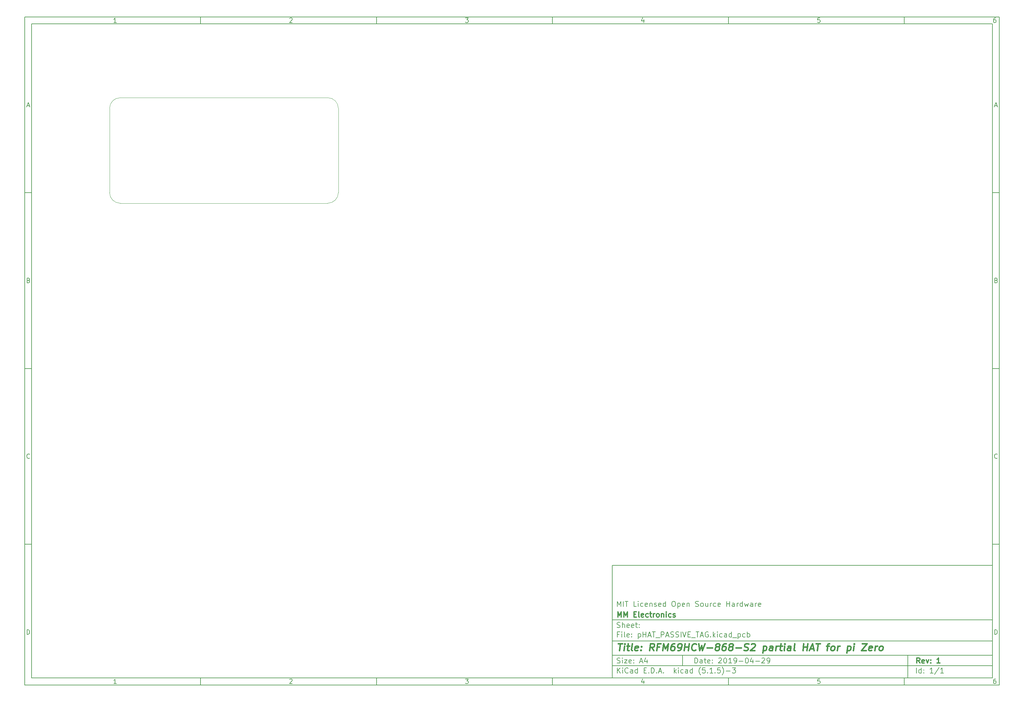
<source format=gbr>
%TF.GenerationSoftware,KiCad,Pcbnew,(5.1.5)-3*%
%TF.CreationDate,2021-10-20T11:59:03+01:00*%
%TF.ProjectId,pHAT_PASSIVE_TAG,70484154-5f50-4415-9353-4956455f5441,1*%
%TF.SameCoordinates,Original*%
%TF.FileFunction,Profile,NP*%
%FSLAX46Y46*%
G04 Gerber Fmt 4.6, Leading zero omitted, Abs format (unit mm)*
G04 Created by KiCad (PCBNEW (5.1.5)-3) date 2021-10-20 11:59:03*
%MOMM*%
%LPD*%
G04 APERTURE LIST*
%ADD10C,0.100000*%
%ADD11C,0.150000*%
%ADD12C,0.300000*%
%ADD13C,0.400000*%
%TA.AperFunction,Profile*%
%ADD14C,0.100000*%
%TD*%
G04 APERTURE END LIST*
D10*
D11*
X177002200Y-166007200D02*
X177002200Y-198007200D01*
X285002200Y-198007200D01*
X285002200Y-166007200D01*
X177002200Y-166007200D01*
D10*
D11*
X10000000Y-10000000D02*
X10000000Y-200007200D01*
X287002200Y-200007200D01*
X287002200Y-10000000D01*
X10000000Y-10000000D01*
D10*
D11*
X12000000Y-12000000D02*
X12000000Y-198007200D01*
X285002200Y-198007200D01*
X285002200Y-12000000D01*
X12000000Y-12000000D01*
D10*
D11*
X60000000Y-12000000D02*
X60000000Y-10000000D01*
D10*
D11*
X110000000Y-12000000D02*
X110000000Y-10000000D01*
D10*
D11*
X160000000Y-12000000D02*
X160000000Y-10000000D01*
D10*
D11*
X210000000Y-12000000D02*
X210000000Y-10000000D01*
D10*
D11*
X260000000Y-12000000D02*
X260000000Y-10000000D01*
D10*
D11*
X36065476Y-11588095D02*
X35322619Y-11588095D01*
X35694047Y-11588095D02*
X35694047Y-10288095D01*
X35570238Y-10473809D01*
X35446428Y-10597619D01*
X35322619Y-10659523D01*
D10*
D11*
X85322619Y-10411904D02*
X85384523Y-10350000D01*
X85508333Y-10288095D01*
X85817857Y-10288095D01*
X85941666Y-10350000D01*
X86003571Y-10411904D01*
X86065476Y-10535714D01*
X86065476Y-10659523D01*
X86003571Y-10845238D01*
X85260714Y-11588095D01*
X86065476Y-11588095D01*
D10*
D11*
X135260714Y-10288095D02*
X136065476Y-10288095D01*
X135632142Y-10783333D01*
X135817857Y-10783333D01*
X135941666Y-10845238D01*
X136003571Y-10907142D01*
X136065476Y-11030952D01*
X136065476Y-11340476D01*
X136003571Y-11464285D01*
X135941666Y-11526190D01*
X135817857Y-11588095D01*
X135446428Y-11588095D01*
X135322619Y-11526190D01*
X135260714Y-11464285D01*
D10*
D11*
X185941666Y-10721428D02*
X185941666Y-11588095D01*
X185632142Y-10226190D02*
X185322619Y-11154761D01*
X186127380Y-11154761D01*
D10*
D11*
X236003571Y-10288095D02*
X235384523Y-10288095D01*
X235322619Y-10907142D01*
X235384523Y-10845238D01*
X235508333Y-10783333D01*
X235817857Y-10783333D01*
X235941666Y-10845238D01*
X236003571Y-10907142D01*
X236065476Y-11030952D01*
X236065476Y-11340476D01*
X236003571Y-11464285D01*
X235941666Y-11526190D01*
X235817857Y-11588095D01*
X235508333Y-11588095D01*
X235384523Y-11526190D01*
X235322619Y-11464285D01*
D10*
D11*
X285941666Y-10288095D02*
X285694047Y-10288095D01*
X285570238Y-10350000D01*
X285508333Y-10411904D01*
X285384523Y-10597619D01*
X285322619Y-10845238D01*
X285322619Y-11340476D01*
X285384523Y-11464285D01*
X285446428Y-11526190D01*
X285570238Y-11588095D01*
X285817857Y-11588095D01*
X285941666Y-11526190D01*
X286003571Y-11464285D01*
X286065476Y-11340476D01*
X286065476Y-11030952D01*
X286003571Y-10907142D01*
X285941666Y-10845238D01*
X285817857Y-10783333D01*
X285570238Y-10783333D01*
X285446428Y-10845238D01*
X285384523Y-10907142D01*
X285322619Y-11030952D01*
D10*
D11*
X60000000Y-198007200D02*
X60000000Y-200007200D01*
D10*
D11*
X110000000Y-198007200D02*
X110000000Y-200007200D01*
D10*
D11*
X160000000Y-198007200D02*
X160000000Y-200007200D01*
D10*
D11*
X210000000Y-198007200D02*
X210000000Y-200007200D01*
D10*
D11*
X260000000Y-198007200D02*
X260000000Y-200007200D01*
D10*
D11*
X36065476Y-199595295D02*
X35322619Y-199595295D01*
X35694047Y-199595295D02*
X35694047Y-198295295D01*
X35570238Y-198481009D01*
X35446428Y-198604819D01*
X35322619Y-198666723D01*
D10*
D11*
X85322619Y-198419104D02*
X85384523Y-198357200D01*
X85508333Y-198295295D01*
X85817857Y-198295295D01*
X85941666Y-198357200D01*
X86003571Y-198419104D01*
X86065476Y-198542914D01*
X86065476Y-198666723D01*
X86003571Y-198852438D01*
X85260714Y-199595295D01*
X86065476Y-199595295D01*
D10*
D11*
X135260714Y-198295295D02*
X136065476Y-198295295D01*
X135632142Y-198790533D01*
X135817857Y-198790533D01*
X135941666Y-198852438D01*
X136003571Y-198914342D01*
X136065476Y-199038152D01*
X136065476Y-199347676D01*
X136003571Y-199471485D01*
X135941666Y-199533390D01*
X135817857Y-199595295D01*
X135446428Y-199595295D01*
X135322619Y-199533390D01*
X135260714Y-199471485D01*
D10*
D11*
X185941666Y-198728628D02*
X185941666Y-199595295D01*
X185632142Y-198233390D02*
X185322619Y-199161961D01*
X186127380Y-199161961D01*
D10*
D11*
X236003571Y-198295295D02*
X235384523Y-198295295D01*
X235322619Y-198914342D01*
X235384523Y-198852438D01*
X235508333Y-198790533D01*
X235817857Y-198790533D01*
X235941666Y-198852438D01*
X236003571Y-198914342D01*
X236065476Y-199038152D01*
X236065476Y-199347676D01*
X236003571Y-199471485D01*
X235941666Y-199533390D01*
X235817857Y-199595295D01*
X235508333Y-199595295D01*
X235384523Y-199533390D01*
X235322619Y-199471485D01*
D10*
D11*
X285941666Y-198295295D02*
X285694047Y-198295295D01*
X285570238Y-198357200D01*
X285508333Y-198419104D01*
X285384523Y-198604819D01*
X285322619Y-198852438D01*
X285322619Y-199347676D01*
X285384523Y-199471485D01*
X285446428Y-199533390D01*
X285570238Y-199595295D01*
X285817857Y-199595295D01*
X285941666Y-199533390D01*
X286003571Y-199471485D01*
X286065476Y-199347676D01*
X286065476Y-199038152D01*
X286003571Y-198914342D01*
X285941666Y-198852438D01*
X285817857Y-198790533D01*
X285570238Y-198790533D01*
X285446428Y-198852438D01*
X285384523Y-198914342D01*
X285322619Y-199038152D01*
D10*
D11*
X10000000Y-60000000D02*
X12000000Y-60000000D01*
D10*
D11*
X10000000Y-110000000D02*
X12000000Y-110000000D01*
D10*
D11*
X10000000Y-160000000D02*
X12000000Y-160000000D01*
D10*
D11*
X10690476Y-35216666D02*
X11309523Y-35216666D01*
X10566666Y-35588095D02*
X11000000Y-34288095D01*
X11433333Y-35588095D01*
D10*
D11*
X11092857Y-84907142D02*
X11278571Y-84969047D01*
X11340476Y-85030952D01*
X11402380Y-85154761D01*
X11402380Y-85340476D01*
X11340476Y-85464285D01*
X11278571Y-85526190D01*
X11154761Y-85588095D01*
X10659523Y-85588095D01*
X10659523Y-84288095D01*
X11092857Y-84288095D01*
X11216666Y-84350000D01*
X11278571Y-84411904D01*
X11340476Y-84535714D01*
X11340476Y-84659523D01*
X11278571Y-84783333D01*
X11216666Y-84845238D01*
X11092857Y-84907142D01*
X10659523Y-84907142D01*
D10*
D11*
X11402380Y-135464285D02*
X11340476Y-135526190D01*
X11154761Y-135588095D01*
X11030952Y-135588095D01*
X10845238Y-135526190D01*
X10721428Y-135402380D01*
X10659523Y-135278571D01*
X10597619Y-135030952D01*
X10597619Y-134845238D01*
X10659523Y-134597619D01*
X10721428Y-134473809D01*
X10845238Y-134350000D01*
X11030952Y-134288095D01*
X11154761Y-134288095D01*
X11340476Y-134350000D01*
X11402380Y-134411904D01*
D10*
D11*
X10659523Y-185588095D02*
X10659523Y-184288095D01*
X10969047Y-184288095D01*
X11154761Y-184350000D01*
X11278571Y-184473809D01*
X11340476Y-184597619D01*
X11402380Y-184845238D01*
X11402380Y-185030952D01*
X11340476Y-185278571D01*
X11278571Y-185402380D01*
X11154761Y-185526190D01*
X10969047Y-185588095D01*
X10659523Y-185588095D01*
D10*
D11*
X287002200Y-60000000D02*
X285002200Y-60000000D01*
D10*
D11*
X287002200Y-110000000D02*
X285002200Y-110000000D01*
D10*
D11*
X287002200Y-160000000D02*
X285002200Y-160000000D01*
D10*
D11*
X285692676Y-35216666D02*
X286311723Y-35216666D01*
X285568866Y-35588095D02*
X286002200Y-34288095D01*
X286435533Y-35588095D01*
D10*
D11*
X286095057Y-84907142D02*
X286280771Y-84969047D01*
X286342676Y-85030952D01*
X286404580Y-85154761D01*
X286404580Y-85340476D01*
X286342676Y-85464285D01*
X286280771Y-85526190D01*
X286156961Y-85588095D01*
X285661723Y-85588095D01*
X285661723Y-84288095D01*
X286095057Y-84288095D01*
X286218866Y-84350000D01*
X286280771Y-84411904D01*
X286342676Y-84535714D01*
X286342676Y-84659523D01*
X286280771Y-84783333D01*
X286218866Y-84845238D01*
X286095057Y-84907142D01*
X285661723Y-84907142D01*
D10*
D11*
X286404580Y-135464285D02*
X286342676Y-135526190D01*
X286156961Y-135588095D01*
X286033152Y-135588095D01*
X285847438Y-135526190D01*
X285723628Y-135402380D01*
X285661723Y-135278571D01*
X285599819Y-135030952D01*
X285599819Y-134845238D01*
X285661723Y-134597619D01*
X285723628Y-134473809D01*
X285847438Y-134350000D01*
X286033152Y-134288095D01*
X286156961Y-134288095D01*
X286342676Y-134350000D01*
X286404580Y-134411904D01*
D10*
D11*
X285661723Y-185588095D02*
X285661723Y-184288095D01*
X285971247Y-184288095D01*
X286156961Y-184350000D01*
X286280771Y-184473809D01*
X286342676Y-184597619D01*
X286404580Y-184845238D01*
X286404580Y-185030952D01*
X286342676Y-185278571D01*
X286280771Y-185402380D01*
X286156961Y-185526190D01*
X285971247Y-185588095D01*
X285661723Y-185588095D01*
D10*
D11*
X200434342Y-193785771D02*
X200434342Y-192285771D01*
X200791485Y-192285771D01*
X201005771Y-192357200D01*
X201148628Y-192500057D01*
X201220057Y-192642914D01*
X201291485Y-192928628D01*
X201291485Y-193142914D01*
X201220057Y-193428628D01*
X201148628Y-193571485D01*
X201005771Y-193714342D01*
X200791485Y-193785771D01*
X200434342Y-193785771D01*
X202577200Y-193785771D02*
X202577200Y-193000057D01*
X202505771Y-192857200D01*
X202362914Y-192785771D01*
X202077200Y-192785771D01*
X201934342Y-192857200D01*
X202577200Y-193714342D02*
X202434342Y-193785771D01*
X202077200Y-193785771D01*
X201934342Y-193714342D01*
X201862914Y-193571485D01*
X201862914Y-193428628D01*
X201934342Y-193285771D01*
X202077200Y-193214342D01*
X202434342Y-193214342D01*
X202577200Y-193142914D01*
X203077200Y-192785771D02*
X203648628Y-192785771D01*
X203291485Y-192285771D02*
X203291485Y-193571485D01*
X203362914Y-193714342D01*
X203505771Y-193785771D01*
X203648628Y-193785771D01*
X204720057Y-193714342D02*
X204577200Y-193785771D01*
X204291485Y-193785771D01*
X204148628Y-193714342D01*
X204077200Y-193571485D01*
X204077200Y-193000057D01*
X204148628Y-192857200D01*
X204291485Y-192785771D01*
X204577200Y-192785771D01*
X204720057Y-192857200D01*
X204791485Y-193000057D01*
X204791485Y-193142914D01*
X204077200Y-193285771D01*
X205434342Y-193642914D02*
X205505771Y-193714342D01*
X205434342Y-193785771D01*
X205362914Y-193714342D01*
X205434342Y-193642914D01*
X205434342Y-193785771D01*
X205434342Y-192857200D02*
X205505771Y-192928628D01*
X205434342Y-193000057D01*
X205362914Y-192928628D01*
X205434342Y-192857200D01*
X205434342Y-193000057D01*
X207220057Y-192428628D02*
X207291485Y-192357200D01*
X207434342Y-192285771D01*
X207791485Y-192285771D01*
X207934342Y-192357200D01*
X208005771Y-192428628D01*
X208077200Y-192571485D01*
X208077200Y-192714342D01*
X208005771Y-192928628D01*
X207148628Y-193785771D01*
X208077200Y-193785771D01*
X209005771Y-192285771D02*
X209148628Y-192285771D01*
X209291485Y-192357200D01*
X209362914Y-192428628D01*
X209434342Y-192571485D01*
X209505771Y-192857200D01*
X209505771Y-193214342D01*
X209434342Y-193500057D01*
X209362914Y-193642914D01*
X209291485Y-193714342D01*
X209148628Y-193785771D01*
X209005771Y-193785771D01*
X208862914Y-193714342D01*
X208791485Y-193642914D01*
X208720057Y-193500057D01*
X208648628Y-193214342D01*
X208648628Y-192857200D01*
X208720057Y-192571485D01*
X208791485Y-192428628D01*
X208862914Y-192357200D01*
X209005771Y-192285771D01*
X210934342Y-193785771D02*
X210077200Y-193785771D01*
X210505771Y-193785771D02*
X210505771Y-192285771D01*
X210362914Y-192500057D01*
X210220057Y-192642914D01*
X210077200Y-192714342D01*
X211648628Y-193785771D02*
X211934342Y-193785771D01*
X212077200Y-193714342D01*
X212148628Y-193642914D01*
X212291485Y-193428628D01*
X212362914Y-193142914D01*
X212362914Y-192571485D01*
X212291485Y-192428628D01*
X212220057Y-192357200D01*
X212077200Y-192285771D01*
X211791485Y-192285771D01*
X211648628Y-192357200D01*
X211577200Y-192428628D01*
X211505771Y-192571485D01*
X211505771Y-192928628D01*
X211577200Y-193071485D01*
X211648628Y-193142914D01*
X211791485Y-193214342D01*
X212077200Y-193214342D01*
X212220057Y-193142914D01*
X212291485Y-193071485D01*
X212362914Y-192928628D01*
X213005771Y-193214342D02*
X214148628Y-193214342D01*
X215148628Y-192285771D02*
X215291485Y-192285771D01*
X215434342Y-192357200D01*
X215505771Y-192428628D01*
X215577200Y-192571485D01*
X215648628Y-192857200D01*
X215648628Y-193214342D01*
X215577200Y-193500057D01*
X215505771Y-193642914D01*
X215434342Y-193714342D01*
X215291485Y-193785771D01*
X215148628Y-193785771D01*
X215005771Y-193714342D01*
X214934342Y-193642914D01*
X214862914Y-193500057D01*
X214791485Y-193214342D01*
X214791485Y-192857200D01*
X214862914Y-192571485D01*
X214934342Y-192428628D01*
X215005771Y-192357200D01*
X215148628Y-192285771D01*
X216934342Y-192785771D02*
X216934342Y-193785771D01*
X216577200Y-192214342D02*
X216220057Y-193285771D01*
X217148628Y-193285771D01*
X217720057Y-193214342D02*
X218862914Y-193214342D01*
X219505771Y-192428628D02*
X219577200Y-192357200D01*
X219720057Y-192285771D01*
X220077200Y-192285771D01*
X220220057Y-192357200D01*
X220291485Y-192428628D01*
X220362914Y-192571485D01*
X220362914Y-192714342D01*
X220291485Y-192928628D01*
X219434342Y-193785771D01*
X220362914Y-193785771D01*
X221077200Y-193785771D02*
X221362914Y-193785771D01*
X221505771Y-193714342D01*
X221577200Y-193642914D01*
X221720057Y-193428628D01*
X221791485Y-193142914D01*
X221791485Y-192571485D01*
X221720057Y-192428628D01*
X221648628Y-192357200D01*
X221505771Y-192285771D01*
X221220057Y-192285771D01*
X221077200Y-192357200D01*
X221005771Y-192428628D01*
X220934342Y-192571485D01*
X220934342Y-192928628D01*
X221005771Y-193071485D01*
X221077200Y-193142914D01*
X221220057Y-193214342D01*
X221505771Y-193214342D01*
X221648628Y-193142914D01*
X221720057Y-193071485D01*
X221791485Y-192928628D01*
D10*
D11*
X177002200Y-194507200D02*
X285002200Y-194507200D01*
D10*
D11*
X178434342Y-196585771D02*
X178434342Y-195085771D01*
X179291485Y-196585771D02*
X178648628Y-195728628D01*
X179291485Y-195085771D02*
X178434342Y-195942914D01*
X179934342Y-196585771D02*
X179934342Y-195585771D01*
X179934342Y-195085771D02*
X179862914Y-195157200D01*
X179934342Y-195228628D01*
X180005771Y-195157200D01*
X179934342Y-195085771D01*
X179934342Y-195228628D01*
X181505771Y-196442914D02*
X181434342Y-196514342D01*
X181220057Y-196585771D01*
X181077200Y-196585771D01*
X180862914Y-196514342D01*
X180720057Y-196371485D01*
X180648628Y-196228628D01*
X180577200Y-195942914D01*
X180577200Y-195728628D01*
X180648628Y-195442914D01*
X180720057Y-195300057D01*
X180862914Y-195157200D01*
X181077200Y-195085771D01*
X181220057Y-195085771D01*
X181434342Y-195157200D01*
X181505771Y-195228628D01*
X182791485Y-196585771D02*
X182791485Y-195800057D01*
X182720057Y-195657200D01*
X182577200Y-195585771D01*
X182291485Y-195585771D01*
X182148628Y-195657200D01*
X182791485Y-196514342D02*
X182648628Y-196585771D01*
X182291485Y-196585771D01*
X182148628Y-196514342D01*
X182077200Y-196371485D01*
X182077200Y-196228628D01*
X182148628Y-196085771D01*
X182291485Y-196014342D01*
X182648628Y-196014342D01*
X182791485Y-195942914D01*
X184148628Y-196585771D02*
X184148628Y-195085771D01*
X184148628Y-196514342D02*
X184005771Y-196585771D01*
X183720057Y-196585771D01*
X183577200Y-196514342D01*
X183505771Y-196442914D01*
X183434342Y-196300057D01*
X183434342Y-195871485D01*
X183505771Y-195728628D01*
X183577200Y-195657200D01*
X183720057Y-195585771D01*
X184005771Y-195585771D01*
X184148628Y-195657200D01*
X186005771Y-195800057D02*
X186505771Y-195800057D01*
X186720057Y-196585771D02*
X186005771Y-196585771D01*
X186005771Y-195085771D01*
X186720057Y-195085771D01*
X187362914Y-196442914D02*
X187434342Y-196514342D01*
X187362914Y-196585771D01*
X187291485Y-196514342D01*
X187362914Y-196442914D01*
X187362914Y-196585771D01*
X188077200Y-196585771D02*
X188077200Y-195085771D01*
X188434342Y-195085771D01*
X188648628Y-195157200D01*
X188791485Y-195300057D01*
X188862914Y-195442914D01*
X188934342Y-195728628D01*
X188934342Y-195942914D01*
X188862914Y-196228628D01*
X188791485Y-196371485D01*
X188648628Y-196514342D01*
X188434342Y-196585771D01*
X188077200Y-196585771D01*
X189577200Y-196442914D02*
X189648628Y-196514342D01*
X189577200Y-196585771D01*
X189505771Y-196514342D01*
X189577200Y-196442914D01*
X189577200Y-196585771D01*
X190220057Y-196157200D02*
X190934342Y-196157200D01*
X190077200Y-196585771D02*
X190577200Y-195085771D01*
X191077200Y-196585771D01*
X191577200Y-196442914D02*
X191648628Y-196514342D01*
X191577200Y-196585771D01*
X191505771Y-196514342D01*
X191577200Y-196442914D01*
X191577200Y-196585771D01*
X194577200Y-196585771D02*
X194577200Y-195085771D01*
X194720057Y-196014342D02*
X195148628Y-196585771D01*
X195148628Y-195585771D02*
X194577200Y-196157200D01*
X195791485Y-196585771D02*
X195791485Y-195585771D01*
X195791485Y-195085771D02*
X195720057Y-195157200D01*
X195791485Y-195228628D01*
X195862914Y-195157200D01*
X195791485Y-195085771D01*
X195791485Y-195228628D01*
X197148628Y-196514342D02*
X197005771Y-196585771D01*
X196720057Y-196585771D01*
X196577200Y-196514342D01*
X196505771Y-196442914D01*
X196434342Y-196300057D01*
X196434342Y-195871485D01*
X196505771Y-195728628D01*
X196577200Y-195657200D01*
X196720057Y-195585771D01*
X197005771Y-195585771D01*
X197148628Y-195657200D01*
X198434342Y-196585771D02*
X198434342Y-195800057D01*
X198362914Y-195657200D01*
X198220057Y-195585771D01*
X197934342Y-195585771D01*
X197791485Y-195657200D01*
X198434342Y-196514342D02*
X198291485Y-196585771D01*
X197934342Y-196585771D01*
X197791485Y-196514342D01*
X197720057Y-196371485D01*
X197720057Y-196228628D01*
X197791485Y-196085771D01*
X197934342Y-196014342D01*
X198291485Y-196014342D01*
X198434342Y-195942914D01*
X199791485Y-196585771D02*
X199791485Y-195085771D01*
X199791485Y-196514342D02*
X199648628Y-196585771D01*
X199362914Y-196585771D01*
X199220057Y-196514342D01*
X199148628Y-196442914D01*
X199077200Y-196300057D01*
X199077200Y-195871485D01*
X199148628Y-195728628D01*
X199220057Y-195657200D01*
X199362914Y-195585771D01*
X199648628Y-195585771D01*
X199791485Y-195657200D01*
X202077200Y-197157200D02*
X202005771Y-197085771D01*
X201862914Y-196871485D01*
X201791485Y-196728628D01*
X201720057Y-196514342D01*
X201648628Y-196157200D01*
X201648628Y-195871485D01*
X201720057Y-195514342D01*
X201791485Y-195300057D01*
X201862914Y-195157200D01*
X202005771Y-194942914D01*
X202077200Y-194871485D01*
X203362914Y-195085771D02*
X202648628Y-195085771D01*
X202577200Y-195800057D01*
X202648628Y-195728628D01*
X202791485Y-195657200D01*
X203148628Y-195657200D01*
X203291485Y-195728628D01*
X203362914Y-195800057D01*
X203434342Y-195942914D01*
X203434342Y-196300057D01*
X203362914Y-196442914D01*
X203291485Y-196514342D01*
X203148628Y-196585771D01*
X202791485Y-196585771D01*
X202648628Y-196514342D01*
X202577200Y-196442914D01*
X204077200Y-196442914D02*
X204148628Y-196514342D01*
X204077200Y-196585771D01*
X204005771Y-196514342D01*
X204077200Y-196442914D01*
X204077200Y-196585771D01*
X205577200Y-196585771D02*
X204720057Y-196585771D01*
X205148628Y-196585771D02*
X205148628Y-195085771D01*
X205005771Y-195300057D01*
X204862914Y-195442914D01*
X204720057Y-195514342D01*
X206220057Y-196442914D02*
X206291485Y-196514342D01*
X206220057Y-196585771D01*
X206148628Y-196514342D01*
X206220057Y-196442914D01*
X206220057Y-196585771D01*
X207648628Y-195085771D02*
X206934342Y-195085771D01*
X206862914Y-195800057D01*
X206934342Y-195728628D01*
X207077200Y-195657200D01*
X207434342Y-195657200D01*
X207577200Y-195728628D01*
X207648628Y-195800057D01*
X207720057Y-195942914D01*
X207720057Y-196300057D01*
X207648628Y-196442914D01*
X207577200Y-196514342D01*
X207434342Y-196585771D01*
X207077200Y-196585771D01*
X206934342Y-196514342D01*
X206862914Y-196442914D01*
X208220057Y-197157200D02*
X208291485Y-197085771D01*
X208434342Y-196871485D01*
X208505771Y-196728628D01*
X208577200Y-196514342D01*
X208648628Y-196157200D01*
X208648628Y-195871485D01*
X208577200Y-195514342D01*
X208505771Y-195300057D01*
X208434342Y-195157200D01*
X208291485Y-194942914D01*
X208220057Y-194871485D01*
X209362914Y-196014342D02*
X210505771Y-196014342D01*
X211077200Y-195085771D02*
X212005771Y-195085771D01*
X211505771Y-195657200D01*
X211720057Y-195657200D01*
X211862914Y-195728628D01*
X211934342Y-195800057D01*
X212005771Y-195942914D01*
X212005771Y-196300057D01*
X211934342Y-196442914D01*
X211862914Y-196514342D01*
X211720057Y-196585771D01*
X211291485Y-196585771D01*
X211148628Y-196514342D01*
X211077200Y-196442914D01*
D10*
D11*
X177002200Y-191507200D02*
X285002200Y-191507200D01*
D10*
D12*
X264411485Y-193785771D02*
X263911485Y-193071485D01*
X263554342Y-193785771D02*
X263554342Y-192285771D01*
X264125771Y-192285771D01*
X264268628Y-192357200D01*
X264340057Y-192428628D01*
X264411485Y-192571485D01*
X264411485Y-192785771D01*
X264340057Y-192928628D01*
X264268628Y-193000057D01*
X264125771Y-193071485D01*
X263554342Y-193071485D01*
X265625771Y-193714342D02*
X265482914Y-193785771D01*
X265197200Y-193785771D01*
X265054342Y-193714342D01*
X264982914Y-193571485D01*
X264982914Y-193000057D01*
X265054342Y-192857200D01*
X265197200Y-192785771D01*
X265482914Y-192785771D01*
X265625771Y-192857200D01*
X265697200Y-193000057D01*
X265697200Y-193142914D01*
X264982914Y-193285771D01*
X266197200Y-192785771D02*
X266554342Y-193785771D01*
X266911485Y-192785771D01*
X267482914Y-193642914D02*
X267554342Y-193714342D01*
X267482914Y-193785771D01*
X267411485Y-193714342D01*
X267482914Y-193642914D01*
X267482914Y-193785771D01*
X267482914Y-192857200D02*
X267554342Y-192928628D01*
X267482914Y-193000057D01*
X267411485Y-192928628D01*
X267482914Y-192857200D01*
X267482914Y-193000057D01*
X270125771Y-193785771D02*
X269268628Y-193785771D01*
X269697200Y-193785771D02*
X269697200Y-192285771D01*
X269554342Y-192500057D01*
X269411485Y-192642914D01*
X269268628Y-192714342D01*
D10*
D11*
X178362914Y-193714342D02*
X178577200Y-193785771D01*
X178934342Y-193785771D01*
X179077200Y-193714342D01*
X179148628Y-193642914D01*
X179220057Y-193500057D01*
X179220057Y-193357200D01*
X179148628Y-193214342D01*
X179077200Y-193142914D01*
X178934342Y-193071485D01*
X178648628Y-193000057D01*
X178505771Y-192928628D01*
X178434342Y-192857200D01*
X178362914Y-192714342D01*
X178362914Y-192571485D01*
X178434342Y-192428628D01*
X178505771Y-192357200D01*
X178648628Y-192285771D01*
X179005771Y-192285771D01*
X179220057Y-192357200D01*
X179862914Y-193785771D02*
X179862914Y-192785771D01*
X179862914Y-192285771D02*
X179791485Y-192357200D01*
X179862914Y-192428628D01*
X179934342Y-192357200D01*
X179862914Y-192285771D01*
X179862914Y-192428628D01*
X180434342Y-192785771D02*
X181220057Y-192785771D01*
X180434342Y-193785771D01*
X181220057Y-193785771D01*
X182362914Y-193714342D02*
X182220057Y-193785771D01*
X181934342Y-193785771D01*
X181791485Y-193714342D01*
X181720057Y-193571485D01*
X181720057Y-193000057D01*
X181791485Y-192857200D01*
X181934342Y-192785771D01*
X182220057Y-192785771D01*
X182362914Y-192857200D01*
X182434342Y-193000057D01*
X182434342Y-193142914D01*
X181720057Y-193285771D01*
X183077200Y-193642914D02*
X183148628Y-193714342D01*
X183077200Y-193785771D01*
X183005771Y-193714342D01*
X183077200Y-193642914D01*
X183077200Y-193785771D01*
X183077200Y-192857200D02*
X183148628Y-192928628D01*
X183077200Y-193000057D01*
X183005771Y-192928628D01*
X183077200Y-192857200D01*
X183077200Y-193000057D01*
X184862914Y-193357200D02*
X185577200Y-193357200D01*
X184720057Y-193785771D02*
X185220057Y-192285771D01*
X185720057Y-193785771D01*
X186862914Y-192785771D02*
X186862914Y-193785771D01*
X186505771Y-192214342D02*
X186148628Y-193285771D01*
X187077200Y-193285771D01*
D10*
D11*
X263434342Y-196585771D02*
X263434342Y-195085771D01*
X264791485Y-196585771D02*
X264791485Y-195085771D01*
X264791485Y-196514342D02*
X264648628Y-196585771D01*
X264362914Y-196585771D01*
X264220057Y-196514342D01*
X264148628Y-196442914D01*
X264077200Y-196300057D01*
X264077200Y-195871485D01*
X264148628Y-195728628D01*
X264220057Y-195657200D01*
X264362914Y-195585771D01*
X264648628Y-195585771D01*
X264791485Y-195657200D01*
X265505771Y-196442914D02*
X265577200Y-196514342D01*
X265505771Y-196585771D01*
X265434342Y-196514342D01*
X265505771Y-196442914D01*
X265505771Y-196585771D01*
X265505771Y-195657200D02*
X265577200Y-195728628D01*
X265505771Y-195800057D01*
X265434342Y-195728628D01*
X265505771Y-195657200D01*
X265505771Y-195800057D01*
X268148628Y-196585771D02*
X267291485Y-196585771D01*
X267720057Y-196585771D02*
X267720057Y-195085771D01*
X267577200Y-195300057D01*
X267434342Y-195442914D01*
X267291485Y-195514342D01*
X269862914Y-195014342D02*
X268577200Y-196942914D01*
X271148628Y-196585771D02*
X270291485Y-196585771D01*
X270720057Y-196585771D02*
X270720057Y-195085771D01*
X270577200Y-195300057D01*
X270434342Y-195442914D01*
X270291485Y-195514342D01*
D10*
D11*
X177002200Y-187507200D02*
X285002200Y-187507200D01*
D10*
D13*
X178714580Y-188211961D02*
X179857438Y-188211961D01*
X179036009Y-190211961D02*
X179286009Y-188211961D01*
X180274104Y-190211961D02*
X180440771Y-188878628D01*
X180524104Y-188211961D02*
X180416961Y-188307200D01*
X180500295Y-188402438D01*
X180607438Y-188307200D01*
X180524104Y-188211961D01*
X180500295Y-188402438D01*
X181107438Y-188878628D02*
X181869342Y-188878628D01*
X181476485Y-188211961D02*
X181262200Y-189926247D01*
X181333628Y-190116723D01*
X181512200Y-190211961D01*
X181702676Y-190211961D01*
X182655057Y-190211961D02*
X182476485Y-190116723D01*
X182405057Y-189926247D01*
X182619342Y-188211961D01*
X184190771Y-190116723D02*
X183988390Y-190211961D01*
X183607438Y-190211961D01*
X183428866Y-190116723D01*
X183357438Y-189926247D01*
X183452676Y-189164342D01*
X183571723Y-188973866D01*
X183774104Y-188878628D01*
X184155057Y-188878628D01*
X184333628Y-188973866D01*
X184405057Y-189164342D01*
X184381247Y-189354819D01*
X183405057Y-189545295D01*
X185155057Y-190021485D02*
X185238390Y-190116723D01*
X185131247Y-190211961D01*
X185047914Y-190116723D01*
X185155057Y-190021485D01*
X185131247Y-190211961D01*
X185286009Y-188973866D02*
X185369342Y-189069104D01*
X185262200Y-189164342D01*
X185178866Y-189069104D01*
X185286009Y-188973866D01*
X185262200Y-189164342D01*
X188750295Y-190211961D02*
X188202676Y-189259580D01*
X187607438Y-190211961D02*
X187857438Y-188211961D01*
X188619342Y-188211961D01*
X188797914Y-188307200D01*
X188881247Y-188402438D01*
X188952676Y-188592914D01*
X188916961Y-188878628D01*
X188797914Y-189069104D01*
X188690771Y-189164342D01*
X188488390Y-189259580D01*
X187726485Y-189259580D01*
X190405057Y-189164342D02*
X189738390Y-189164342D01*
X189607438Y-190211961D02*
X189857438Y-188211961D01*
X190809819Y-188211961D01*
X191321723Y-190211961D02*
X191571723Y-188211961D01*
X192059819Y-189640533D01*
X192905057Y-188211961D01*
X192655057Y-190211961D01*
X194714580Y-188211961D02*
X194333628Y-188211961D01*
X194131247Y-188307200D01*
X194024104Y-188402438D01*
X193797914Y-188688152D01*
X193655057Y-189069104D01*
X193559819Y-189831009D01*
X193631247Y-190021485D01*
X193714580Y-190116723D01*
X193893152Y-190211961D01*
X194274104Y-190211961D01*
X194476485Y-190116723D01*
X194583628Y-190021485D01*
X194702676Y-189831009D01*
X194762200Y-189354819D01*
X194690771Y-189164342D01*
X194607438Y-189069104D01*
X194428866Y-188973866D01*
X194047914Y-188973866D01*
X193845533Y-189069104D01*
X193738390Y-189164342D01*
X193619342Y-189354819D01*
X195607438Y-190211961D02*
X195988390Y-190211961D01*
X196190771Y-190116723D01*
X196297914Y-190021485D01*
X196524104Y-189735771D01*
X196666961Y-189354819D01*
X196762200Y-188592914D01*
X196690771Y-188402438D01*
X196607438Y-188307200D01*
X196428866Y-188211961D01*
X196047914Y-188211961D01*
X195845533Y-188307200D01*
X195738390Y-188402438D01*
X195619342Y-188592914D01*
X195559819Y-189069104D01*
X195631247Y-189259580D01*
X195714580Y-189354819D01*
X195893152Y-189450057D01*
X196274104Y-189450057D01*
X196476485Y-189354819D01*
X196583628Y-189259580D01*
X196702676Y-189069104D01*
X197416961Y-190211961D02*
X197666961Y-188211961D01*
X197547914Y-189164342D02*
X198690771Y-189164342D01*
X198559819Y-190211961D02*
X198809819Y-188211961D01*
X200678866Y-190021485D02*
X200571723Y-190116723D01*
X200274104Y-190211961D01*
X200083628Y-190211961D01*
X199809819Y-190116723D01*
X199643152Y-189926247D01*
X199571723Y-189735771D01*
X199524104Y-189354819D01*
X199559819Y-189069104D01*
X199702676Y-188688152D01*
X199821723Y-188497676D01*
X200036009Y-188307200D01*
X200333628Y-188211961D01*
X200524104Y-188211961D01*
X200797914Y-188307200D01*
X200881247Y-188402438D01*
X201571723Y-188211961D02*
X201797914Y-190211961D01*
X202357438Y-188783390D01*
X202559819Y-190211961D01*
X203286009Y-188211961D01*
X203893152Y-189450057D02*
X205416961Y-189450057D01*
X206702676Y-189069104D02*
X206524104Y-188973866D01*
X206440771Y-188878628D01*
X206369342Y-188688152D01*
X206381247Y-188592914D01*
X206500295Y-188402438D01*
X206607438Y-188307200D01*
X206809819Y-188211961D01*
X207190771Y-188211961D01*
X207369342Y-188307200D01*
X207452676Y-188402438D01*
X207524104Y-188592914D01*
X207512200Y-188688152D01*
X207393152Y-188878628D01*
X207286009Y-188973866D01*
X207083628Y-189069104D01*
X206702676Y-189069104D01*
X206500295Y-189164342D01*
X206393152Y-189259580D01*
X206274104Y-189450057D01*
X206226485Y-189831009D01*
X206297914Y-190021485D01*
X206381247Y-190116723D01*
X206559819Y-190211961D01*
X206940771Y-190211961D01*
X207143152Y-190116723D01*
X207250295Y-190021485D01*
X207369342Y-189831009D01*
X207416961Y-189450057D01*
X207345533Y-189259580D01*
X207262200Y-189164342D01*
X207083628Y-189069104D01*
X209286009Y-188211961D02*
X208905057Y-188211961D01*
X208702676Y-188307200D01*
X208595533Y-188402438D01*
X208369342Y-188688152D01*
X208226485Y-189069104D01*
X208131247Y-189831009D01*
X208202676Y-190021485D01*
X208286009Y-190116723D01*
X208464580Y-190211961D01*
X208845533Y-190211961D01*
X209047914Y-190116723D01*
X209155057Y-190021485D01*
X209274104Y-189831009D01*
X209333628Y-189354819D01*
X209262200Y-189164342D01*
X209178866Y-189069104D01*
X209000295Y-188973866D01*
X208619342Y-188973866D01*
X208416961Y-189069104D01*
X208309819Y-189164342D01*
X208190771Y-189354819D01*
X210512200Y-189069104D02*
X210333628Y-188973866D01*
X210250295Y-188878628D01*
X210178866Y-188688152D01*
X210190771Y-188592914D01*
X210309819Y-188402438D01*
X210416961Y-188307200D01*
X210619342Y-188211961D01*
X211000295Y-188211961D01*
X211178866Y-188307200D01*
X211262200Y-188402438D01*
X211333628Y-188592914D01*
X211321723Y-188688152D01*
X211202676Y-188878628D01*
X211095533Y-188973866D01*
X210893152Y-189069104D01*
X210512200Y-189069104D01*
X210309819Y-189164342D01*
X210202676Y-189259580D01*
X210083628Y-189450057D01*
X210036009Y-189831009D01*
X210107438Y-190021485D01*
X210190771Y-190116723D01*
X210369342Y-190211961D01*
X210750295Y-190211961D01*
X210952676Y-190116723D01*
X211059819Y-190021485D01*
X211178866Y-189831009D01*
X211226485Y-189450057D01*
X211155057Y-189259580D01*
X211071723Y-189164342D01*
X210893152Y-189069104D01*
X212083628Y-189450057D02*
X213607438Y-189450057D01*
X214381247Y-190116723D02*
X214655057Y-190211961D01*
X215131247Y-190211961D01*
X215333628Y-190116723D01*
X215440771Y-190021485D01*
X215559819Y-189831009D01*
X215583628Y-189640533D01*
X215512200Y-189450057D01*
X215428866Y-189354819D01*
X215250295Y-189259580D01*
X214881247Y-189164342D01*
X214702676Y-189069104D01*
X214619342Y-188973866D01*
X214547914Y-188783390D01*
X214571723Y-188592914D01*
X214690771Y-188402438D01*
X214797914Y-188307200D01*
X215000295Y-188211961D01*
X215476485Y-188211961D01*
X215750295Y-188307200D01*
X216500295Y-188402438D02*
X216607438Y-188307200D01*
X216809819Y-188211961D01*
X217286009Y-188211961D01*
X217464580Y-188307200D01*
X217547914Y-188402438D01*
X217619342Y-188592914D01*
X217595533Y-188783390D01*
X217464580Y-189069104D01*
X216178866Y-190211961D01*
X217416961Y-190211961D01*
X219964580Y-188878628D02*
X219714580Y-190878628D01*
X219952676Y-188973866D02*
X220155057Y-188878628D01*
X220536009Y-188878628D01*
X220714580Y-188973866D01*
X220797914Y-189069104D01*
X220869342Y-189259580D01*
X220797914Y-189831009D01*
X220678866Y-190021485D01*
X220571723Y-190116723D01*
X220369342Y-190211961D01*
X219988390Y-190211961D01*
X219809819Y-190116723D01*
X222464580Y-190211961D02*
X222595533Y-189164342D01*
X222524104Y-188973866D01*
X222345533Y-188878628D01*
X221964580Y-188878628D01*
X221762200Y-188973866D01*
X222476485Y-190116723D02*
X222274104Y-190211961D01*
X221797914Y-190211961D01*
X221619342Y-190116723D01*
X221547914Y-189926247D01*
X221571723Y-189735771D01*
X221690771Y-189545295D01*
X221893152Y-189450057D01*
X222369342Y-189450057D01*
X222571723Y-189354819D01*
X223416961Y-190211961D02*
X223583628Y-188878628D01*
X223536009Y-189259580D02*
X223655057Y-189069104D01*
X223762199Y-188973866D01*
X223964580Y-188878628D01*
X224155057Y-188878628D01*
X224536009Y-188878628D02*
X225297914Y-188878628D01*
X224905057Y-188211961D02*
X224690771Y-189926247D01*
X224762200Y-190116723D01*
X224940771Y-190211961D01*
X225131247Y-190211961D01*
X225797914Y-190211961D02*
X225964580Y-188878628D01*
X226047914Y-188211961D02*
X225940771Y-188307200D01*
X226024104Y-188402438D01*
X226131247Y-188307200D01*
X226047914Y-188211961D01*
X226024104Y-188402438D01*
X227607438Y-190211961D02*
X227738390Y-189164342D01*
X227666961Y-188973866D01*
X227488390Y-188878628D01*
X227107438Y-188878628D01*
X226905057Y-188973866D01*
X227619342Y-190116723D02*
X227416961Y-190211961D01*
X226940771Y-190211961D01*
X226762200Y-190116723D01*
X226690771Y-189926247D01*
X226714580Y-189735771D01*
X226833628Y-189545295D01*
X227036009Y-189450057D01*
X227512200Y-189450057D01*
X227714580Y-189354819D01*
X228845533Y-190211961D02*
X228666961Y-190116723D01*
X228595533Y-189926247D01*
X228809819Y-188211961D01*
X231131247Y-190211961D02*
X231381247Y-188211961D01*
X231262199Y-189164342D02*
X232405057Y-189164342D01*
X232274104Y-190211961D02*
X232524104Y-188211961D01*
X233202676Y-189640533D02*
X234155057Y-189640533D01*
X232940771Y-190211961D02*
X233857438Y-188211961D01*
X234274104Y-190211961D01*
X234905057Y-188211961D02*
X236047914Y-188211961D01*
X235226485Y-190211961D02*
X235476485Y-188211961D01*
X237869342Y-188878628D02*
X238631247Y-188878628D01*
X237988390Y-190211961D02*
X238202676Y-188497676D01*
X238321723Y-188307200D01*
X238524104Y-188211961D01*
X238714580Y-188211961D01*
X239416961Y-190211961D02*
X239238390Y-190116723D01*
X239155057Y-190021485D01*
X239083628Y-189831009D01*
X239155057Y-189259580D01*
X239274104Y-189069104D01*
X239381247Y-188973866D01*
X239583628Y-188878628D01*
X239869342Y-188878628D01*
X240047914Y-188973866D01*
X240131247Y-189069104D01*
X240202676Y-189259580D01*
X240131247Y-189831009D01*
X240012199Y-190021485D01*
X239905057Y-190116723D01*
X239702676Y-190211961D01*
X239416961Y-190211961D01*
X240940771Y-190211961D02*
X241107438Y-188878628D01*
X241059819Y-189259580D02*
X241178866Y-189069104D01*
X241286009Y-188973866D01*
X241488390Y-188878628D01*
X241678866Y-188878628D01*
X243869342Y-188878628D02*
X243619342Y-190878628D01*
X243857438Y-188973866D02*
X244059819Y-188878628D01*
X244440771Y-188878628D01*
X244619342Y-188973866D01*
X244702676Y-189069104D01*
X244774104Y-189259580D01*
X244702676Y-189831009D01*
X244583628Y-190021485D01*
X244476485Y-190116723D01*
X244274104Y-190211961D01*
X243893152Y-190211961D01*
X243714580Y-190116723D01*
X245512199Y-190211961D02*
X245678866Y-188878628D01*
X245762199Y-188211961D02*
X245655057Y-188307200D01*
X245738390Y-188402438D01*
X245845533Y-188307200D01*
X245762199Y-188211961D01*
X245738390Y-188402438D01*
X248047914Y-188211961D02*
X249381247Y-188211961D01*
X247797914Y-190211961D01*
X249131247Y-190211961D01*
X250666961Y-190116723D02*
X250464580Y-190211961D01*
X250083628Y-190211961D01*
X249905057Y-190116723D01*
X249833628Y-189926247D01*
X249928866Y-189164342D01*
X250047914Y-188973866D01*
X250250295Y-188878628D01*
X250631247Y-188878628D01*
X250809819Y-188973866D01*
X250881247Y-189164342D01*
X250857438Y-189354819D01*
X249881247Y-189545295D01*
X251607438Y-190211961D02*
X251774104Y-188878628D01*
X251726485Y-189259580D02*
X251845533Y-189069104D01*
X251952676Y-188973866D01*
X252155057Y-188878628D01*
X252345533Y-188878628D01*
X253131247Y-190211961D02*
X252952676Y-190116723D01*
X252869342Y-190021485D01*
X252797914Y-189831009D01*
X252869342Y-189259580D01*
X252988390Y-189069104D01*
X253095533Y-188973866D01*
X253297914Y-188878628D01*
X253583628Y-188878628D01*
X253762200Y-188973866D01*
X253845533Y-189069104D01*
X253916961Y-189259580D01*
X253845533Y-189831009D01*
X253726485Y-190021485D01*
X253619342Y-190116723D01*
X253416961Y-190211961D01*
X253131247Y-190211961D01*
D10*
D11*
X178934342Y-185600057D02*
X178434342Y-185600057D01*
X178434342Y-186385771D02*
X178434342Y-184885771D01*
X179148628Y-184885771D01*
X179720057Y-186385771D02*
X179720057Y-185385771D01*
X179720057Y-184885771D02*
X179648628Y-184957200D01*
X179720057Y-185028628D01*
X179791485Y-184957200D01*
X179720057Y-184885771D01*
X179720057Y-185028628D01*
X180648628Y-186385771D02*
X180505771Y-186314342D01*
X180434342Y-186171485D01*
X180434342Y-184885771D01*
X181791485Y-186314342D02*
X181648628Y-186385771D01*
X181362914Y-186385771D01*
X181220057Y-186314342D01*
X181148628Y-186171485D01*
X181148628Y-185600057D01*
X181220057Y-185457200D01*
X181362914Y-185385771D01*
X181648628Y-185385771D01*
X181791485Y-185457200D01*
X181862914Y-185600057D01*
X181862914Y-185742914D01*
X181148628Y-185885771D01*
X182505771Y-186242914D02*
X182577200Y-186314342D01*
X182505771Y-186385771D01*
X182434342Y-186314342D01*
X182505771Y-186242914D01*
X182505771Y-186385771D01*
X182505771Y-185457200D02*
X182577200Y-185528628D01*
X182505771Y-185600057D01*
X182434342Y-185528628D01*
X182505771Y-185457200D01*
X182505771Y-185600057D01*
X184362914Y-185385771D02*
X184362914Y-186885771D01*
X184362914Y-185457200D02*
X184505771Y-185385771D01*
X184791485Y-185385771D01*
X184934342Y-185457200D01*
X185005771Y-185528628D01*
X185077200Y-185671485D01*
X185077200Y-186100057D01*
X185005771Y-186242914D01*
X184934342Y-186314342D01*
X184791485Y-186385771D01*
X184505771Y-186385771D01*
X184362914Y-186314342D01*
X185720057Y-186385771D02*
X185720057Y-184885771D01*
X185720057Y-185600057D02*
X186577200Y-185600057D01*
X186577200Y-186385771D02*
X186577200Y-184885771D01*
X187220057Y-185957200D02*
X187934342Y-185957200D01*
X187077200Y-186385771D02*
X187577200Y-184885771D01*
X188077200Y-186385771D01*
X188362914Y-184885771D02*
X189220057Y-184885771D01*
X188791485Y-186385771D02*
X188791485Y-184885771D01*
X189362914Y-186528628D02*
X190505771Y-186528628D01*
X190862914Y-186385771D02*
X190862914Y-184885771D01*
X191434342Y-184885771D01*
X191577200Y-184957200D01*
X191648628Y-185028628D01*
X191720057Y-185171485D01*
X191720057Y-185385771D01*
X191648628Y-185528628D01*
X191577200Y-185600057D01*
X191434342Y-185671485D01*
X190862914Y-185671485D01*
X192291485Y-185957200D02*
X193005771Y-185957200D01*
X192148628Y-186385771D02*
X192648628Y-184885771D01*
X193148628Y-186385771D01*
X193577200Y-186314342D02*
X193791485Y-186385771D01*
X194148628Y-186385771D01*
X194291485Y-186314342D01*
X194362914Y-186242914D01*
X194434342Y-186100057D01*
X194434342Y-185957200D01*
X194362914Y-185814342D01*
X194291485Y-185742914D01*
X194148628Y-185671485D01*
X193862914Y-185600057D01*
X193720057Y-185528628D01*
X193648628Y-185457200D01*
X193577200Y-185314342D01*
X193577200Y-185171485D01*
X193648628Y-185028628D01*
X193720057Y-184957200D01*
X193862914Y-184885771D01*
X194220057Y-184885771D01*
X194434342Y-184957200D01*
X195005771Y-186314342D02*
X195220057Y-186385771D01*
X195577200Y-186385771D01*
X195720057Y-186314342D01*
X195791485Y-186242914D01*
X195862914Y-186100057D01*
X195862914Y-185957200D01*
X195791485Y-185814342D01*
X195720057Y-185742914D01*
X195577200Y-185671485D01*
X195291485Y-185600057D01*
X195148628Y-185528628D01*
X195077200Y-185457200D01*
X195005771Y-185314342D01*
X195005771Y-185171485D01*
X195077200Y-185028628D01*
X195148628Y-184957200D01*
X195291485Y-184885771D01*
X195648628Y-184885771D01*
X195862914Y-184957200D01*
X196505771Y-186385771D02*
X196505771Y-184885771D01*
X197005771Y-184885771D02*
X197505771Y-186385771D01*
X198005771Y-184885771D01*
X198505771Y-185600057D02*
X199005771Y-185600057D01*
X199220057Y-186385771D02*
X198505771Y-186385771D01*
X198505771Y-184885771D01*
X199220057Y-184885771D01*
X199505771Y-186528628D02*
X200648628Y-186528628D01*
X200791485Y-184885771D02*
X201648628Y-184885771D01*
X201220057Y-186385771D02*
X201220057Y-184885771D01*
X202077200Y-185957200D02*
X202791485Y-185957200D01*
X201934342Y-186385771D02*
X202434342Y-184885771D01*
X202934342Y-186385771D01*
X204220057Y-184957200D02*
X204077200Y-184885771D01*
X203862914Y-184885771D01*
X203648628Y-184957200D01*
X203505771Y-185100057D01*
X203434342Y-185242914D01*
X203362914Y-185528628D01*
X203362914Y-185742914D01*
X203434342Y-186028628D01*
X203505771Y-186171485D01*
X203648628Y-186314342D01*
X203862914Y-186385771D01*
X204005771Y-186385771D01*
X204220057Y-186314342D01*
X204291485Y-186242914D01*
X204291485Y-185742914D01*
X204005771Y-185742914D01*
X204934342Y-186242914D02*
X205005771Y-186314342D01*
X204934342Y-186385771D01*
X204862914Y-186314342D01*
X204934342Y-186242914D01*
X204934342Y-186385771D01*
X205648628Y-186385771D02*
X205648628Y-184885771D01*
X205791485Y-185814342D02*
X206220057Y-186385771D01*
X206220057Y-185385771D02*
X205648628Y-185957200D01*
X206862914Y-186385771D02*
X206862914Y-185385771D01*
X206862914Y-184885771D02*
X206791485Y-184957200D01*
X206862914Y-185028628D01*
X206934342Y-184957200D01*
X206862914Y-184885771D01*
X206862914Y-185028628D01*
X208220057Y-186314342D02*
X208077200Y-186385771D01*
X207791485Y-186385771D01*
X207648628Y-186314342D01*
X207577200Y-186242914D01*
X207505771Y-186100057D01*
X207505771Y-185671485D01*
X207577200Y-185528628D01*
X207648628Y-185457200D01*
X207791485Y-185385771D01*
X208077200Y-185385771D01*
X208220057Y-185457200D01*
X209505771Y-186385771D02*
X209505771Y-185600057D01*
X209434342Y-185457200D01*
X209291485Y-185385771D01*
X209005771Y-185385771D01*
X208862914Y-185457200D01*
X209505771Y-186314342D02*
X209362914Y-186385771D01*
X209005771Y-186385771D01*
X208862914Y-186314342D01*
X208791485Y-186171485D01*
X208791485Y-186028628D01*
X208862914Y-185885771D01*
X209005771Y-185814342D01*
X209362914Y-185814342D01*
X209505771Y-185742914D01*
X210862914Y-186385771D02*
X210862914Y-184885771D01*
X210862914Y-186314342D02*
X210720057Y-186385771D01*
X210434342Y-186385771D01*
X210291485Y-186314342D01*
X210220057Y-186242914D01*
X210148628Y-186100057D01*
X210148628Y-185671485D01*
X210220057Y-185528628D01*
X210291485Y-185457200D01*
X210434342Y-185385771D01*
X210720057Y-185385771D01*
X210862914Y-185457200D01*
X211220057Y-186528628D02*
X212362914Y-186528628D01*
X212720057Y-185385771D02*
X212720057Y-186885771D01*
X212720057Y-185457200D02*
X212862914Y-185385771D01*
X213148628Y-185385771D01*
X213291485Y-185457200D01*
X213362914Y-185528628D01*
X213434342Y-185671485D01*
X213434342Y-186100057D01*
X213362914Y-186242914D01*
X213291485Y-186314342D01*
X213148628Y-186385771D01*
X212862914Y-186385771D01*
X212720057Y-186314342D01*
X214720057Y-186314342D02*
X214577200Y-186385771D01*
X214291485Y-186385771D01*
X214148628Y-186314342D01*
X214077200Y-186242914D01*
X214005771Y-186100057D01*
X214005771Y-185671485D01*
X214077200Y-185528628D01*
X214148628Y-185457200D01*
X214291485Y-185385771D01*
X214577200Y-185385771D01*
X214720057Y-185457200D01*
X215362914Y-186385771D02*
X215362914Y-184885771D01*
X215362914Y-185457200D02*
X215505771Y-185385771D01*
X215791485Y-185385771D01*
X215934342Y-185457200D01*
X216005771Y-185528628D01*
X216077200Y-185671485D01*
X216077200Y-186100057D01*
X216005771Y-186242914D01*
X215934342Y-186314342D01*
X215791485Y-186385771D01*
X215505771Y-186385771D01*
X215362914Y-186314342D01*
D10*
D11*
X177002200Y-181507200D02*
X285002200Y-181507200D01*
D10*
D11*
X178362914Y-183614342D02*
X178577200Y-183685771D01*
X178934342Y-183685771D01*
X179077200Y-183614342D01*
X179148628Y-183542914D01*
X179220057Y-183400057D01*
X179220057Y-183257200D01*
X179148628Y-183114342D01*
X179077200Y-183042914D01*
X178934342Y-182971485D01*
X178648628Y-182900057D01*
X178505771Y-182828628D01*
X178434342Y-182757200D01*
X178362914Y-182614342D01*
X178362914Y-182471485D01*
X178434342Y-182328628D01*
X178505771Y-182257200D01*
X178648628Y-182185771D01*
X179005771Y-182185771D01*
X179220057Y-182257200D01*
X179862914Y-183685771D02*
X179862914Y-182185771D01*
X180505771Y-183685771D02*
X180505771Y-182900057D01*
X180434342Y-182757200D01*
X180291485Y-182685771D01*
X180077200Y-182685771D01*
X179934342Y-182757200D01*
X179862914Y-182828628D01*
X181791485Y-183614342D02*
X181648628Y-183685771D01*
X181362914Y-183685771D01*
X181220057Y-183614342D01*
X181148628Y-183471485D01*
X181148628Y-182900057D01*
X181220057Y-182757200D01*
X181362914Y-182685771D01*
X181648628Y-182685771D01*
X181791485Y-182757200D01*
X181862914Y-182900057D01*
X181862914Y-183042914D01*
X181148628Y-183185771D01*
X183077200Y-183614342D02*
X182934342Y-183685771D01*
X182648628Y-183685771D01*
X182505771Y-183614342D01*
X182434342Y-183471485D01*
X182434342Y-182900057D01*
X182505771Y-182757200D01*
X182648628Y-182685771D01*
X182934342Y-182685771D01*
X183077200Y-182757200D01*
X183148628Y-182900057D01*
X183148628Y-183042914D01*
X182434342Y-183185771D01*
X183577200Y-182685771D02*
X184148628Y-182685771D01*
X183791485Y-182185771D02*
X183791485Y-183471485D01*
X183862914Y-183614342D01*
X184005771Y-183685771D01*
X184148628Y-183685771D01*
X184648628Y-183542914D02*
X184720057Y-183614342D01*
X184648628Y-183685771D01*
X184577200Y-183614342D01*
X184648628Y-183542914D01*
X184648628Y-183685771D01*
X184648628Y-182757200D02*
X184720057Y-182828628D01*
X184648628Y-182900057D01*
X184577200Y-182828628D01*
X184648628Y-182757200D01*
X184648628Y-182900057D01*
D10*
D12*
X178554342Y-180685771D02*
X178554342Y-179185771D01*
X179054342Y-180257200D01*
X179554342Y-179185771D01*
X179554342Y-180685771D01*
X180268628Y-180685771D02*
X180268628Y-179185771D01*
X180768628Y-180257200D01*
X181268628Y-179185771D01*
X181268628Y-180685771D01*
X183125771Y-179900057D02*
X183625771Y-179900057D01*
X183840057Y-180685771D02*
X183125771Y-180685771D01*
X183125771Y-179185771D01*
X183840057Y-179185771D01*
X184697200Y-180685771D02*
X184554342Y-180614342D01*
X184482914Y-180471485D01*
X184482914Y-179185771D01*
X185840057Y-180614342D02*
X185697200Y-180685771D01*
X185411485Y-180685771D01*
X185268628Y-180614342D01*
X185197200Y-180471485D01*
X185197200Y-179900057D01*
X185268628Y-179757200D01*
X185411485Y-179685771D01*
X185697200Y-179685771D01*
X185840057Y-179757200D01*
X185911485Y-179900057D01*
X185911485Y-180042914D01*
X185197200Y-180185771D01*
X187197200Y-180614342D02*
X187054342Y-180685771D01*
X186768628Y-180685771D01*
X186625771Y-180614342D01*
X186554342Y-180542914D01*
X186482914Y-180400057D01*
X186482914Y-179971485D01*
X186554342Y-179828628D01*
X186625771Y-179757200D01*
X186768628Y-179685771D01*
X187054342Y-179685771D01*
X187197200Y-179757200D01*
X187625771Y-179685771D02*
X188197200Y-179685771D01*
X187840057Y-179185771D02*
X187840057Y-180471485D01*
X187911485Y-180614342D01*
X188054342Y-180685771D01*
X188197200Y-180685771D01*
X188697200Y-180685771D02*
X188697200Y-179685771D01*
X188697200Y-179971485D02*
X188768628Y-179828628D01*
X188840057Y-179757200D01*
X188982914Y-179685771D01*
X189125771Y-179685771D01*
X189840057Y-180685771D02*
X189697200Y-180614342D01*
X189625771Y-180542914D01*
X189554342Y-180400057D01*
X189554342Y-179971485D01*
X189625771Y-179828628D01*
X189697200Y-179757200D01*
X189840057Y-179685771D01*
X190054342Y-179685771D01*
X190197200Y-179757200D01*
X190268628Y-179828628D01*
X190340057Y-179971485D01*
X190340057Y-180400057D01*
X190268628Y-180542914D01*
X190197200Y-180614342D01*
X190054342Y-180685771D01*
X189840057Y-180685771D01*
X190982914Y-179685771D02*
X190982914Y-180685771D01*
X190982914Y-179828628D02*
X191054342Y-179757200D01*
X191197200Y-179685771D01*
X191411485Y-179685771D01*
X191554342Y-179757200D01*
X191625771Y-179900057D01*
X191625771Y-180685771D01*
X192340057Y-180685771D02*
X192340057Y-179685771D01*
X192340057Y-179185771D02*
X192268628Y-179257200D01*
X192340057Y-179328628D01*
X192411485Y-179257200D01*
X192340057Y-179185771D01*
X192340057Y-179328628D01*
X193697200Y-180614342D02*
X193554342Y-180685771D01*
X193268628Y-180685771D01*
X193125771Y-180614342D01*
X193054342Y-180542914D01*
X192982914Y-180400057D01*
X192982914Y-179971485D01*
X193054342Y-179828628D01*
X193125771Y-179757200D01*
X193268628Y-179685771D01*
X193554342Y-179685771D01*
X193697200Y-179757200D01*
X194268628Y-180614342D02*
X194411485Y-180685771D01*
X194697200Y-180685771D01*
X194840057Y-180614342D01*
X194911485Y-180471485D01*
X194911485Y-180400057D01*
X194840057Y-180257200D01*
X194697200Y-180185771D01*
X194482914Y-180185771D01*
X194340057Y-180114342D01*
X194268628Y-179971485D01*
X194268628Y-179900057D01*
X194340057Y-179757200D01*
X194482914Y-179685771D01*
X194697200Y-179685771D01*
X194840057Y-179757200D01*
D10*
D11*
X178434342Y-177685771D02*
X178434342Y-176185771D01*
X178934342Y-177257200D01*
X179434342Y-176185771D01*
X179434342Y-177685771D01*
X180148628Y-177685771D02*
X180148628Y-176185771D01*
X180648628Y-176185771D02*
X181505771Y-176185771D01*
X181077200Y-177685771D02*
X181077200Y-176185771D01*
X183862914Y-177685771D02*
X183148628Y-177685771D01*
X183148628Y-176185771D01*
X184362914Y-177685771D02*
X184362914Y-176685771D01*
X184362914Y-176185771D02*
X184291485Y-176257200D01*
X184362914Y-176328628D01*
X184434342Y-176257200D01*
X184362914Y-176185771D01*
X184362914Y-176328628D01*
X185720057Y-177614342D02*
X185577200Y-177685771D01*
X185291485Y-177685771D01*
X185148628Y-177614342D01*
X185077200Y-177542914D01*
X185005771Y-177400057D01*
X185005771Y-176971485D01*
X185077200Y-176828628D01*
X185148628Y-176757200D01*
X185291485Y-176685771D01*
X185577200Y-176685771D01*
X185720057Y-176757200D01*
X186934342Y-177614342D02*
X186791485Y-177685771D01*
X186505771Y-177685771D01*
X186362914Y-177614342D01*
X186291485Y-177471485D01*
X186291485Y-176900057D01*
X186362914Y-176757200D01*
X186505771Y-176685771D01*
X186791485Y-176685771D01*
X186934342Y-176757200D01*
X187005771Y-176900057D01*
X187005771Y-177042914D01*
X186291485Y-177185771D01*
X187648628Y-176685771D02*
X187648628Y-177685771D01*
X187648628Y-176828628D02*
X187720057Y-176757200D01*
X187862914Y-176685771D01*
X188077200Y-176685771D01*
X188220057Y-176757200D01*
X188291485Y-176900057D01*
X188291485Y-177685771D01*
X188934342Y-177614342D02*
X189077200Y-177685771D01*
X189362914Y-177685771D01*
X189505771Y-177614342D01*
X189577200Y-177471485D01*
X189577200Y-177400057D01*
X189505771Y-177257200D01*
X189362914Y-177185771D01*
X189148628Y-177185771D01*
X189005771Y-177114342D01*
X188934342Y-176971485D01*
X188934342Y-176900057D01*
X189005771Y-176757200D01*
X189148628Y-176685771D01*
X189362914Y-176685771D01*
X189505771Y-176757200D01*
X190791485Y-177614342D02*
X190648628Y-177685771D01*
X190362914Y-177685771D01*
X190220057Y-177614342D01*
X190148628Y-177471485D01*
X190148628Y-176900057D01*
X190220057Y-176757200D01*
X190362914Y-176685771D01*
X190648628Y-176685771D01*
X190791485Y-176757200D01*
X190862914Y-176900057D01*
X190862914Y-177042914D01*
X190148628Y-177185771D01*
X192148628Y-177685771D02*
X192148628Y-176185771D01*
X192148628Y-177614342D02*
X192005771Y-177685771D01*
X191720057Y-177685771D01*
X191577200Y-177614342D01*
X191505771Y-177542914D01*
X191434342Y-177400057D01*
X191434342Y-176971485D01*
X191505771Y-176828628D01*
X191577200Y-176757200D01*
X191720057Y-176685771D01*
X192005771Y-176685771D01*
X192148628Y-176757200D01*
X194291485Y-176185771D02*
X194577200Y-176185771D01*
X194720057Y-176257200D01*
X194862914Y-176400057D01*
X194934342Y-176685771D01*
X194934342Y-177185771D01*
X194862914Y-177471485D01*
X194720057Y-177614342D01*
X194577200Y-177685771D01*
X194291485Y-177685771D01*
X194148628Y-177614342D01*
X194005771Y-177471485D01*
X193934342Y-177185771D01*
X193934342Y-176685771D01*
X194005771Y-176400057D01*
X194148628Y-176257200D01*
X194291485Y-176185771D01*
X195577200Y-176685771D02*
X195577200Y-178185771D01*
X195577200Y-176757200D02*
X195720057Y-176685771D01*
X196005771Y-176685771D01*
X196148628Y-176757200D01*
X196220057Y-176828628D01*
X196291485Y-176971485D01*
X196291485Y-177400057D01*
X196220057Y-177542914D01*
X196148628Y-177614342D01*
X196005771Y-177685771D01*
X195720057Y-177685771D01*
X195577200Y-177614342D01*
X197505771Y-177614342D02*
X197362914Y-177685771D01*
X197077200Y-177685771D01*
X196934342Y-177614342D01*
X196862914Y-177471485D01*
X196862914Y-176900057D01*
X196934342Y-176757200D01*
X197077200Y-176685771D01*
X197362914Y-176685771D01*
X197505771Y-176757200D01*
X197577200Y-176900057D01*
X197577200Y-177042914D01*
X196862914Y-177185771D01*
X198220057Y-176685771D02*
X198220057Y-177685771D01*
X198220057Y-176828628D02*
X198291485Y-176757200D01*
X198434342Y-176685771D01*
X198648628Y-176685771D01*
X198791485Y-176757200D01*
X198862914Y-176900057D01*
X198862914Y-177685771D01*
X200648628Y-177614342D02*
X200862914Y-177685771D01*
X201220057Y-177685771D01*
X201362914Y-177614342D01*
X201434342Y-177542914D01*
X201505771Y-177400057D01*
X201505771Y-177257200D01*
X201434342Y-177114342D01*
X201362914Y-177042914D01*
X201220057Y-176971485D01*
X200934342Y-176900057D01*
X200791485Y-176828628D01*
X200720057Y-176757200D01*
X200648628Y-176614342D01*
X200648628Y-176471485D01*
X200720057Y-176328628D01*
X200791485Y-176257200D01*
X200934342Y-176185771D01*
X201291485Y-176185771D01*
X201505771Y-176257200D01*
X202362914Y-177685771D02*
X202220057Y-177614342D01*
X202148628Y-177542914D01*
X202077200Y-177400057D01*
X202077200Y-176971485D01*
X202148628Y-176828628D01*
X202220057Y-176757200D01*
X202362914Y-176685771D01*
X202577200Y-176685771D01*
X202720057Y-176757200D01*
X202791485Y-176828628D01*
X202862914Y-176971485D01*
X202862914Y-177400057D01*
X202791485Y-177542914D01*
X202720057Y-177614342D01*
X202577200Y-177685771D01*
X202362914Y-177685771D01*
X204148628Y-176685771D02*
X204148628Y-177685771D01*
X203505771Y-176685771D02*
X203505771Y-177471485D01*
X203577200Y-177614342D01*
X203720057Y-177685771D01*
X203934342Y-177685771D01*
X204077200Y-177614342D01*
X204148628Y-177542914D01*
X204862914Y-177685771D02*
X204862914Y-176685771D01*
X204862914Y-176971485D02*
X204934342Y-176828628D01*
X205005771Y-176757200D01*
X205148628Y-176685771D01*
X205291485Y-176685771D01*
X206434342Y-177614342D02*
X206291485Y-177685771D01*
X206005771Y-177685771D01*
X205862914Y-177614342D01*
X205791485Y-177542914D01*
X205720057Y-177400057D01*
X205720057Y-176971485D01*
X205791485Y-176828628D01*
X205862914Y-176757200D01*
X206005771Y-176685771D01*
X206291485Y-176685771D01*
X206434342Y-176757200D01*
X207648628Y-177614342D02*
X207505771Y-177685771D01*
X207220057Y-177685771D01*
X207077200Y-177614342D01*
X207005771Y-177471485D01*
X207005771Y-176900057D01*
X207077200Y-176757200D01*
X207220057Y-176685771D01*
X207505771Y-176685771D01*
X207648628Y-176757200D01*
X207720057Y-176900057D01*
X207720057Y-177042914D01*
X207005771Y-177185771D01*
X209505771Y-177685771D02*
X209505771Y-176185771D01*
X209505771Y-176900057D02*
X210362914Y-176900057D01*
X210362914Y-177685771D02*
X210362914Y-176185771D01*
X211720057Y-177685771D02*
X211720057Y-176900057D01*
X211648628Y-176757200D01*
X211505771Y-176685771D01*
X211220057Y-176685771D01*
X211077200Y-176757200D01*
X211720057Y-177614342D02*
X211577200Y-177685771D01*
X211220057Y-177685771D01*
X211077200Y-177614342D01*
X211005771Y-177471485D01*
X211005771Y-177328628D01*
X211077200Y-177185771D01*
X211220057Y-177114342D01*
X211577200Y-177114342D01*
X211720057Y-177042914D01*
X212434342Y-177685771D02*
X212434342Y-176685771D01*
X212434342Y-176971485D02*
X212505771Y-176828628D01*
X212577200Y-176757200D01*
X212720057Y-176685771D01*
X212862914Y-176685771D01*
X214005771Y-177685771D02*
X214005771Y-176185771D01*
X214005771Y-177614342D02*
X213862914Y-177685771D01*
X213577200Y-177685771D01*
X213434342Y-177614342D01*
X213362914Y-177542914D01*
X213291485Y-177400057D01*
X213291485Y-176971485D01*
X213362914Y-176828628D01*
X213434342Y-176757200D01*
X213577200Y-176685771D01*
X213862914Y-176685771D01*
X214005771Y-176757200D01*
X214577200Y-176685771D02*
X214862914Y-177685771D01*
X215148628Y-176971485D01*
X215434342Y-177685771D01*
X215720057Y-176685771D01*
X216934342Y-177685771D02*
X216934342Y-176900057D01*
X216862914Y-176757200D01*
X216720057Y-176685771D01*
X216434342Y-176685771D01*
X216291485Y-176757200D01*
X216934342Y-177614342D02*
X216791485Y-177685771D01*
X216434342Y-177685771D01*
X216291485Y-177614342D01*
X216220057Y-177471485D01*
X216220057Y-177328628D01*
X216291485Y-177185771D01*
X216434342Y-177114342D01*
X216791485Y-177114342D01*
X216934342Y-177042914D01*
X217648628Y-177685771D02*
X217648628Y-176685771D01*
X217648628Y-176971485D02*
X217720057Y-176828628D01*
X217791485Y-176757200D01*
X217934342Y-176685771D01*
X218077200Y-176685771D01*
X219148628Y-177614342D02*
X219005771Y-177685771D01*
X218720057Y-177685771D01*
X218577200Y-177614342D01*
X218505771Y-177471485D01*
X218505771Y-176900057D01*
X218577200Y-176757200D01*
X218720057Y-176685771D01*
X219005771Y-176685771D01*
X219148628Y-176757200D01*
X219220057Y-176900057D01*
X219220057Y-177042914D01*
X218505771Y-177185771D01*
D10*
D11*
X197002200Y-191507200D02*
X197002200Y-194507200D01*
D10*
D11*
X261002200Y-191507200D02*
X261002200Y-198007200D01*
D14*
X99140800Y-35983600D02*
X99140800Y-59983600D01*
X37140800Y-32983600D02*
G75*
G03X34140800Y-35983600I0J-3000000D01*
G01*
X37140800Y-32983600D02*
X96140800Y-32983600D01*
X99140800Y-35983600D02*
G75*
G03X96140800Y-32983600I-3000000J0D01*
G01*
X96140800Y-62983600D02*
G75*
G03X99140800Y-59983600I0J3000000D01*
G01*
X34140800Y-59983600D02*
G75*
G03X37140800Y-62983600I3000000J0D01*
G01*
X34140800Y-35983600D02*
X34140800Y-59983600D01*
X37140800Y-62983600D02*
X96140800Y-62983600D01*
M02*

</source>
